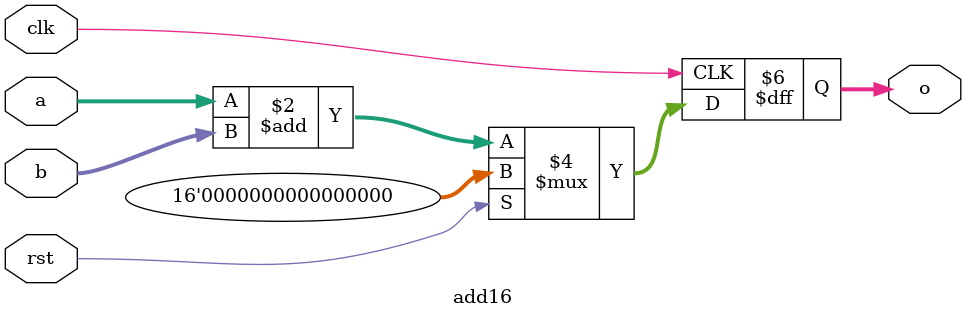
<source format=v>
module add16(
    input [15:0] a,
    input [15:0] b,
    input clk,
    input rst,
    output reg [15:0] o
);

always @ (posedge clk) begin
    if (rst)
        o <= 1'b0;
    else 
        o <= a + b;
end

endmodule
</source>
